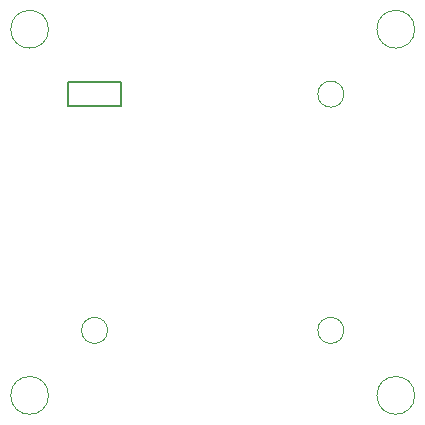
<source format=gbr>
G04 #@! TF.GenerationSoftware,KiCad,Pcbnew,7.0.11*
G04 #@! TF.CreationDate,2024-08-22T15:23:00-04:00*
G04 #@! TF.ProjectId,prism-pcb,70726973-6d2d-4706-9362-2e6b69636164,1.2*
G04 #@! TF.SameCoordinates,Original*
G04 #@! TF.FileFunction,AssemblyDrawing,Bot*
%FSLAX46Y46*%
G04 Gerber Fmt 4.6, Leading zero omitted, Abs format (unit mm)*
G04 Created by KiCad (PCBNEW 7.0.11) date 2024-08-22 15:23:00*
%MOMM*%
%LPD*%
G01*
G04 APERTURE LIST*
%ADD10C,0.200000*%
%ADD11C,0.100000*%
G04 APERTURE END LIST*
D10*
X140150000Y-90600000D02*
X144650000Y-90600000D01*
X144650000Y-90600000D02*
X144650000Y-92600000D01*
X144650000Y-92600000D02*
X140150000Y-92600000D01*
X140150000Y-92600000D02*
X140150000Y-90600000D01*
D11*
X143500000Y-111600000D02*
G75*
G03*
X141300000Y-111600000I-1100000J0D01*
G01*
X141300000Y-111600000D02*
G75*
G03*
X143500000Y-111600000I1100000J0D01*
G01*
X163500000Y-91600000D02*
G75*
G03*
X161300000Y-91600000I-1100000J0D01*
G01*
X161300000Y-91600000D02*
G75*
G03*
X163500000Y-91600000I1100000J0D01*
G01*
X163500000Y-111600000D02*
G75*
G03*
X161300000Y-111600000I-1100000J0D01*
G01*
X161300000Y-111600000D02*
G75*
G03*
X163500000Y-111600000I1100000J0D01*
G01*
X169500000Y-117100000D02*
G75*
G03*
X166300000Y-117100000I-1600000J0D01*
G01*
X166300000Y-117100000D02*
G75*
G03*
X169500000Y-117100000I1600000J0D01*
G01*
X138500000Y-86100000D02*
G75*
G03*
X135300000Y-86100000I-1600000J0D01*
G01*
X135300000Y-86100000D02*
G75*
G03*
X138500000Y-86100000I1600000J0D01*
G01*
X169500000Y-86100000D02*
G75*
G03*
X166300000Y-86100000I-1600000J0D01*
G01*
X166300000Y-86100000D02*
G75*
G03*
X169500000Y-86100000I1600000J0D01*
G01*
X138500000Y-117100000D02*
G75*
G03*
X135300000Y-117100000I-1600000J0D01*
G01*
X135300000Y-117100000D02*
G75*
G03*
X138500000Y-117100000I1600000J0D01*
G01*
M02*

</source>
